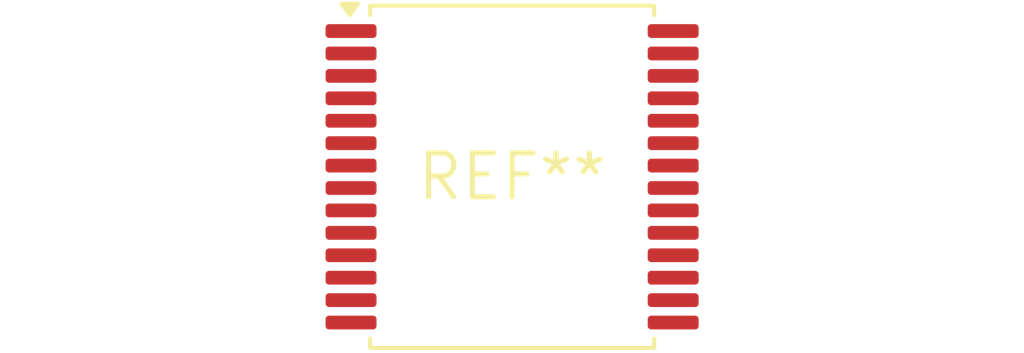
<source format=kicad_pcb>
(kicad_pcb (version 20240108) (generator pcbnew)
  (layers (0 "F.Cu" signal) (31 "B.Cu" signal) (34 "B.Paste" user) (35 "F.Paste" user) (36 "B.SilkS" user "B.Silkscreen") (37 "F.SilkS" user "F.Silkscreen") (38 "B.Mask" user) (39 "F.Mask" user) (44 "Edge.Cuts" user))
  (net 0 "")
  (footprint "TSSOP-28_8x9.7mm_P0.65mm" (layer "F.Cu") (at 0 0)
    (property "Reference" "REF**")
    (property "Value" "TSSOP-28_8x9.7mm_P0.65mm")
    (fp_line (start -4.11 -4.96) (end -4.11 -4.685) (layer "F.SilkS") (stroke (width 0.12)))
    (fp_line (start -4.11 4.96) (end -4.11 4.685) (layer "F.SilkS") (stroke (width 0.12)))
    (fp_line (start 0 -4.96) (end -4.11 -4.96) (layer "F.SilkS") (stroke (width 0.12)))
    (fp_line (start 0 -4.96) (end 4.11 -4.96) (layer "F.SilkS") (stroke (width 0.12)))
    (fp_line (start 0 4.96) (end -4.11 4.96) (layer "F.SilkS") (stroke (width 0.12)))
    (fp_line (start 0 4.96) (end 4.11 4.96) (layer "F.SilkS") (stroke (width 0.12)))
    (fp_line (start 4.11 -4.96) (end 4.11 -4.685) (layer "F.SilkS") (stroke (width 0.12)))
    (fp_line (start 4.11 4.96) (end 4.11 4.685) (layer "F.SilkS") (stroke (width 0.12)))
    (fp_poly (pts (xy -4.7 -4.685) (xy -4.94 -5.015) (xy -4.46 -5.015) (xy -4.7 -4.685)) (layer "F.SilkS") (stroke (width 0.12)) (fill solid))
    (pad "1" smd roundrect (at -4.6625 -4.225) (size 1.475 0.4) (layers "F.Cu" "F.Paste" "F.Mask"))
    (pad "2" smd roundrect (at -4.6625 -3.575) (size 1.475 0.4) (layers "F.Cu" "F.Paste" "F.Mask"))
    (pad "3" smd roundrect (at -4.6625 -2.925) (size 1.475 0.4) (layers "F.Cu" "F.Paste" "F.Mask"))
    (pad "4" smd roundrect (at -4.6625 -2.275) (size 1.475 0.4) (layers "F.Cu" "F.Paste" "F.Mask"))
    (pad "5" smd roundrect (at -4.6625 -1.625) (size 1.475 0.4) (layers "F.Cu" "F.Paste" "F.Mask"))
    (pad "6" smd roundrect (at -4.6625 -0.975) (size 1.475 0.4) (layers "F.Cu" "F.Paste" "F.Mask"))
    (pad "7" smd roundrect (at -4.6625 -0.325) (size 1.475 0.4) (layers "F.Cu" "F.Paste" "F.Mask"))
    (pad "8" smd roundrect (at -4.6625 0.325) (size 1.475 0.4) (layers "F.Cu" "F.Paste" "F.Mask"))
    (pad "9" smd roundrect (at -4.6625 0.975) (size 1.475 0.4) (layers "F.Cu" "F.Paste" "F.Mask"))
    (pad "10" smd roundrect (at -4.6625 1.625) (size 1.475 0.4) (layers "F.Cu" "F.Paste" "F.Mask"))
    (pad "11" smd roundrect (at -4.6625 2.275) (size 1.475 0.4) (layers "F.Cu" "F.Paste" "F.Mask"))
    (pad "12" smd roundrect (at -4.6625 2.925) (size 1.475 0.4) (layers "F.Cu" "F.Paste" "F.Mask"))
    (pad "13" smd roundrect (at -4.6625 3.575) (size 1.475 0.4) (layers "F.Cu" "F.Paste" "F.Mask"))
    (pad "14" smd roundrect (at -4.6625 4.225) (size 1.475 0.4) (layers "F.Cu" "F.Paste" "F.Mask"))
    (pad "15" smd roundrect (at 4.6625 4.225) (size 1.475 0.4) (layers "F.Cu" "F.Paste" "F.Mask"))
    (pad "16" smd roundrect (at 4.6625 3.575) (size 1.475 0.4) (layers "F.Cu" "F.Paste" "F.Mask"))
    (pad "17" smd roundrect (at 4.6625 2.925) (size 1.475 0.4) (layers "F.Cu" "F.Paste" "F.Mask"))
    (pad "18" smd roundrect (at 4.6625 2.275) (size 1.475 0.4) (layers "F.Cu" "F.Paste" "F.Mask"))
    (pad "19" smd roundrect (at 4.6625 1.625) (size 1.475 0.4) (layers "F.Cu" "F.Paste" "F.Mask"))
    (pad "20" smd roundrect (at 4.6625 0.975) (size 1.475 0.4) (layers "F.Cu" "F.Paste" "F.Mask"))
    (pad "21" smd roundrect (at 4.6625 0.325) (size 1.475 0.4) (layers "F.Cu" "F.Paste" "F.Mask"))
    (pad "22" smd roundrect (at 4.6625 -0.325) (size 1.475 0.4) (layers "F.Cu" "F.Paste" "F.Mask"))
    (pad "23" smd roundrect (at 4.6625 -0.975) (size 1.475 0.4) (layers "F.Cu" "F.Paste" "F.Mask"))
    (pad "24" smd roundrect (at 4.6625 -1.625) (size 1.475 0.4) (layers "F.Cu" "F.Paste" "F.Mask"))
    (pad "25" smd roundrect (at 4.6625 -2.275) (size 1.475 0.4) (layers "F.Cu" "F.Paste" "F.Mask"))
    (pad "26" smd roundrect (at 4.6625 -2.925) (size 1.475 0.4) (layers "F.Cu" "F.Paste" "F.Mask"))
    (pad "27" smd roundrect (at 4.6625 -3.575) (size 1.475 0.4) (layers "F.Cu" "F.Paste" "F.Mask"))
    (pad "28" smd roundrect (at 4.6625 -4.225) (size 1.475 0.4) (layers "F.Cu" "F.Paste" "F.Mask"))
  )
)
</source>
